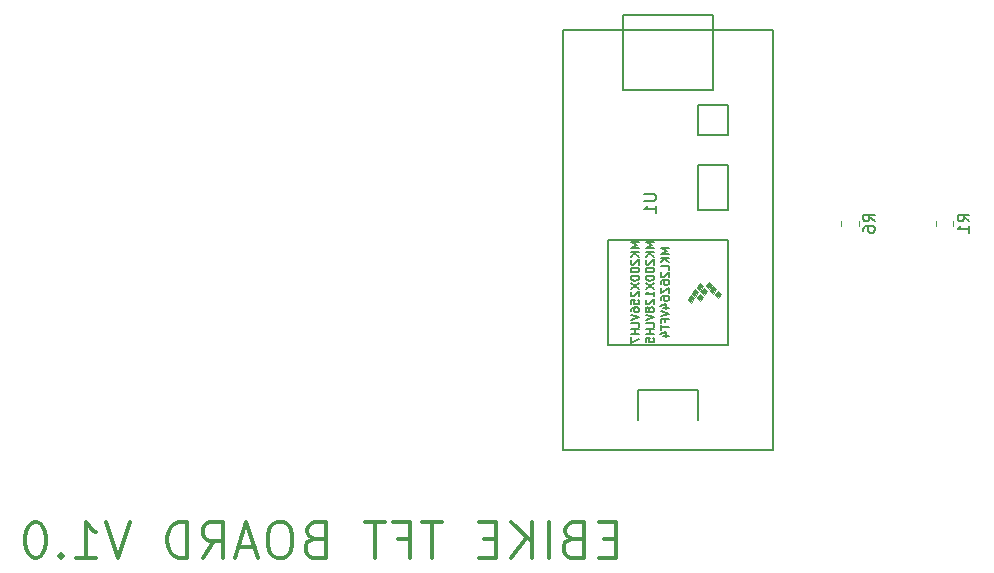
<source format=gbr>
G04 #@! TF.GenerationSoftware,KiCad,Pcbnew,(5.1.9-0-10_14)*
G04 #@! TF.CreationDate,2021-01-10T20:35:50-05:00*
G04 #@! TF.ProjectId,ebike_TFT,6562696b-655f-4544-9654-2e6b69636164,rev?*
G04 #@! TF.SameCoordinates,Original*
G04 #@! TF.FileFunction,Legend,Bot*
G04 #@! TF.FilePolarity,Positive*
%FSLAX46Y46*%
G04 Gerber Fmt 4.6, Leading zero omitted, Abs format (unit mm)*
G04 Created by KiCad (PCBNEW (5.1.9-0-10_14)) date 2021-01-10 20:35:50*
%MOMM*%
%LPD*%
G01*
G04 APERTURE LIST*
%ADD10C,0.300000*%
%ADD11C,0.150000*%
%ADD12C,0.100000*%
%ADD13C,0.120000*%
G04 APERTURE END LIST*
D10*
X80978571Y-69735714D02*
X79978571Y-69735714D01*
X79550000Y-71307142D02*
X80978571Y-71307142D01*
X80978571Y-68307142D01*
X79550000Y-68307142D01*
X77264285Y-69735714D02*
X76835714Y-69878571D01*
X76692857Y-70021428D01*
X76550000Y-70307142D01*
X76550000Y-70735714D01*
X76692857Y-71021428D01*
X76835714Y-71164285D01*
X77121428Y-71307142D01*
X78264285Y-71307142D01*
X78264285Y-68307142D01*
X77264285Y-68307142D01*
X76978571Y-68450000D01*
X76835714Y-68592857D01*
X76692857Y-68878571D01*
X76692857Y-69164285D01*
X76835714Y-69450000D01*
X76978571Y-69592857D01*
X77264285Y-69735714D01*
X78264285Y-69735714D01*
X75264285Y-71307142D02*
X75264285Y-68307142D01*
X73835714Y-71307142D02*
X73835714Y-68307142D01*
X72121428Y-71307142D02*
X73407142Y-69592857D01*
X72121428Y-68307142D02*
X73835714Y-70021428D01*
X70835714Y-69735714D02*
X69835714Y-69735714D01*
X69407142Y-71307142D02*
X70835714Y-71307142D01*
X70835714Y-68307142D01*
X69407142Y-68307142D01*
X66264285Y-68307142D02*
X64550000Y-68307142D01*
X65407142Y-71307142D02*
X65407142Y-68307142D01*
X62550000Y-69735714D02*
X63550000Y-69735714D01*
X63550000Y-71307142D02*
X63550000Y-68307142D01*
X62121428Y-68307142D01*
X61407142Y-68307142D02*
X59692857Y-68307142D01*
X60550000Y-71307142D02*
X60550000Y-68307142D01*
X55407142Y-69735714D02*
X54978571Y-69878571D01*
X54835714Y-70021428D01*
X54692857Y-70307142D01*
X54692857Y-70735714D01*
X54835714Y-71021428D01*
X54978571Y-71164285D01*
X55264285Y-71307142D01*
X56407142Y-71307142D01*
X56407142Y-68307142D01*
X55407142Y-68307142D01*
X55121428Y-68450000D01*
X54978571Y-68592857D01*
X54835714Y-68878571D01*
X54835714Y-69164285D01*
X54978571Y-69450000D01*
X55121428Y-69592857D01*
X55407142Y-69735714D01*
X56407142Y-69735714D01*
X52835714Y-68307142D02*
X52264285Y-68307142D01*
X51978571Y-68450000D01*
X51692857Y-68735714D01*
X51550000Y-69307142D01*
X51550000Y-70307142D01*
X51692857Y-70878571D01*
X51978571Y-71164285D01*
X52264285Y-71307142D01*
X52835714Y-71307142D01*
X53121428Y-71164285D01*
X53407142Y-70878571D01*
X53550000Y-70307142D01*
X53550000Y-69307142D01*
X53407142Y-68735714D01*
X53121428Y-68450000D01*
X52835714Y-68307142D01*
X50407142Y-70450000D02*
X48978571Y-70450000D01*
X50692857Y-71307142D02*
X49692857Y-68307142D01*
X48692857Y-71307142D01*
X45978571Y-71307142D02*
X46978571Y-69878571D01*
X47692857Y-71307142D02*
X47692857Y-68307142D01*
X46550000Y-68307142D01*
X46264285Y-68450000D01*
X46121428Y-68592857D01*
X45978571Y-68878571D01*
X45978571Y-69307142D01*
X46121428Y-69592857D01*
X46264285Y-69735714D01*
X46550000Y-69878571D01*
X47692857Y-69878571D01*
X44692857Y-71307142D02*
X44692857Y-68307142D01*
X43978571Y-68307142D01*
X43550000Y-68450000D01*
X43264285Y-68735714D01*
X43121428Y-69021428D01*
X42978571Y-69592857D01*
X42978571Y-70021428D01*
X43121428Y-70592857D01*
X43264285Y-70878571D01*
X43550000Y-71164285D01*
X43978571Y-71307142D01*
X44692857Y-71307142D01*
X39835714Y-68307142D02*
X38835714Y-71307142D01*
X37835714Y-68307142D01*
X35264285Y-71307142D02*
X36978571Y-71307142D01*
X36121428Y-71307142D02*
X36121428Y-68307142D01*
X36407142Y-68735714D01*
X36692857Y-69021428D01*
X36978571Y-69164285D01*
X33978571Y-71021428D02*
X33835714Y-71164285D01*
X33978571Y-71307142D01*
X34121428Y-71164285D01*
X33978571Y-71021428D01*
X33978571Y-71307142D01*
X31978571Y-68307142D02*
X31692857Y-68307142D01*
X31407142Y-68450000D01*
X31264285Y-68592857D01*
X31121428Y-68878571D01*
X30978571Y-69450000D01*
X30978571Y-70164285D01*
X31121428Y-70735714D01*
X31264285Y-71021428D01*
X31407142Y-71164285D01*
X31692857Y-71307142D01*
X31978571Y-71307142D01*
X32264285Y-71164285D01*
X32407142Y-71021428D01*
X32550000Y-70735714D01*
X32692857Y-70164285D01*
X32692857Y-69450000D01*
X32550000Y-68878571D01*
X32407142Y-68592857D01*
X32264285Y-68450000D01*
X31978571Y-68307142D01*
D11*
X89210000Y-26620000D02*
X89210000Y-25350000D01*
X89210000Y-25350000D02*
X81590000Y-25350000D01*
X81590000Y-25350000D02*
X81590000Y-26620000D01*
X90480000Y-38050000D02*
X90480000Y-41860000D01*
X90480000Y-41860000D02*
X87940000Y-41860000D01*
X87940000Y-41860000D02*
X87940000Y-38050000D01*
X87940000Y-38050000D02*
X90480000Y-38050000D01*
X89210000Y-31700000D02*
X81590000Y-31700000D01*
X81590000Y-31700000D02*
X81590000Y-26620000D01*
X89210000Y-31700000D02*
X89210000Y-26620000D01*
X90480000Y-32970000D02*
X90480000Y-35510000D01*
X90480000Y-35510000D02*
X87940000Y-35510000D01*
X87940000Y-35510000D02*
X87940000Y-32970000D01*
X87940000Y-32970000D02*
X90480000Y-32970000D01*
X87940000Y-59640000D02*
X87940000Y-57100000D01*
X87940000Y-57100000D02*
X82860000Y-57100000D01*
X82860000Y-57100000D02*
X82860000Y-59640000D01*
X90480000Y-53290000D02*
X80320000Y-53290000D01*
X80320000Y-44400000D02*
X90480000Y-44400000D01*
X80320000Y-53290000D02*
X80320000Y-44400000D01*
X90480000Y-53290000D02*
X90480000Y-44400000D01*
X76510000Y-26620000D02*
X76510000Y-62180000D01*
X76510000Y-62180000D02*
X94290000Y-62180000D01*
X94290000Y-62180000D02*
X94290000Y-26620000D01*
X94290000Y-26620000D02*
X76510000Y-26620000D01*
D12*
G36*
X88321000Y-48337000D02*
G01*
X88067000Y-48083000D01*
X87813000Y-48464000D01*
X88067000Y-48718000D01*
X88321000Y-48337000D01*
G37*
X88321000Y-48337000D02*
X88067000Y-48083000D01*
X87813000Y-48464000D01*
X88067000Y-48718000D01*
X88321000Y-48337000D01*
G36*
X88702000Y-48718000D02*
G01*
X88448000Y-48464000D01*
X88194000Y-48845000D01*
X88448000Y-49099000D01*
X88702000Y-48718000D01*
G37*
X88702000Y-48718000D02*
X88448000Y-48464000D01*
X88194000Y-48845000D01*
X88448000Y-49099000D01*
X88702000Y-48718000D01*
G36*
X87559000Y-49353000D02*
G01*
X87305000Y-49099000D01*
X87051000Y-49480000D01*
X87305000Y-49734000D01*
X87559000Y-49353000D01*
G37*
X87559000Y-49353000D02*
X87305000Y-49099000D01*
X87051000Y-49480000D01*
X87305000Y-49734000D01*
X87559000Y-49353000D01*
G36*
X89464000Y-48591000D02*
G01*
X89210000Y-48337000D01*
X88956000Y-48718000D01*
X89210000Y-48972000D01*
X89464000Y-48591000D01*
G37*
X89464000Y-48591000D02*
X89210000Y-48337000D01*
X88956000Y-48718000D01*
X89210000Y-48972000D01*
X89464000Y-48591000D01*
G36*
X87940000Y-48845000D02*
G01*
X87686000Y-48591000D01*
X87432000Y-48972000D01*
X87686000Y-49226000D01*
X87940000Y-48845000D01*
G37*
X87940000Y-48845000D02*
X87686000Y-48591000D01*
X87432000Y-48972000D01*
X87686000Y-49226000D01*
X87940000Y-48845000D01*
G36*
X89845000Y-48972000D02*
G01*
X89591000Y-48718000D01*
X89337000Y-49099000D01*
X89591000Y-49353000D01*
X89845000Y-48972000D01*
G37*
X89845000Y-48972000D02*
X89591000Y-48718000D01*
X89337000Y-49099000D01*
X89591000Y-49353000D01*
X89845000Y-48972000D01*
G36*
X89083000Y-48210000D02*
G01*
X88829000Y-47956000D01*
X88575000Y-48337000D01*
X88829000Y-48591000D01*
X89083000Y-48210000D01*
G37*
X89083000Y-48210000D02*
X88829000Y-47956000D01*
X88575000Y-48337000D01*
X88829000Y-48591000D01*
X89083000Y-48210000D01*
G36*
X88321000Y-49226000D02*
G01*
X88067000Y-48972000D01*
X87813000Y-49353000D01*
X88067000Y-49607000D01*
X88321000Y-49226000D01*
G37*
X88321000Y-49226000D02*
X88067000Y-48972000D01*
X87813000Y-49353000D01*
X88067000Y-49607000D01*
X88321000Y-49226000D01*
D13*
X100065000Y-43227064D02*
X100065000Y-42772936D01*
X101535000Y-43227064D02*
X101535000Y-42772936D01*
X108065000Y-43227064D02*
X108065000Y-42772936D01*
X109535000Y-43227064D02*
X109535000Y-42772936D01*
D11*
X83352380Y-40538095D02*
X84161904Y-40538095D01*
X84257142Y-40585714D01*
X84304761Y-40633333D01*
X84352380Y-40728571D01*
X84352380Y-40919047D01*
X84304761Y-41014285D01*
X84257142Y-41061904D01*
X84161904Y-41109523D01*
X83352380Y-41109523D01*
X84352380Y-42109523D02*
X84352380Y-41538095D01*
X84352380Y-41823809D02*
X83352380Y-41823809D01*
X83495238Y-41728571D01*
X83590476Y-41633333D01*
X83638095Y-41538095D01*
X84192666Y-44628333D02*
X83492666Y-44628333D01*
X83992666Y-44861666D01*
X83492666Y-45095000D01*
X84192666Y-45095000D01*
X84192666Y-45428333D02*
X83492666Y-45428333D01*
X84192666Y-45828333D02*
X83792666Y-45528333D01*
X83492666Y-45828333D02*
X83892666Y-45428333D01*
X83559333Y-46095000D02*
X83526000Y-46128333D01*
X83492666Y-46195000D01*
X83492666Y-46361666D01*
X83526000Y-46428333D01*
X83559333Y-46461666D01*
X83626000Y-46495000D01*
X83692666Y-46495000D01*
X83792666Y-46461666D01*
X84192666Y-46061666D01*
X84192666Y-46495000D01*
X83492666Y-46928333D02*
X83492666Y-46995000D01*
X83526000Y-47061666D01*
X83559333Y-47095000D01*
X83626000Y-47128333D01*
X83759333Y-47161666D01*
X83926000Y-47161666D01*
X84059333Y-47128333D01*
X84126000Y-47095000D01*
X84159333Y-47061666D01*
X84192666Y-46995000D01*
X84192666Y-46928333D01*
X84159333Y-46861666D01*
X84126000Y-46828333D01*
X84059333Y-46795000D01*
X83926000Y-46761666D01*
X83759333Y-46761666D01*
X83626000Y-46795000D01*
X83559333Y-46828333D01*
X83526000Y-46861666D01*
X83492666Y-46928333D01*
X84192666Y-47461666D02*
X83492666Y-47461666D01*
X83492666Y-47628333D01*
X83526000Y-47728333D01*
X83592666Y-47795000D01*
X83659333Y-47828333D01*
X83792666Y-47861666D01*
X83892666Y-47861666D01*
X84026000Y-47828333D01*
X84092666Y-47795000D01*
X84159333Y-47728333D01*
X84192666Y-47628333D01*
X84192666Y-47461666D01*
X83492666Y-48095000D02*
X84192666Y-48561666D01*
X83492666Y-48561666D02*
X84192666Y-48095000D01*
X84192666Y-49195000D02*
X84192666Y-48795000D01*
X84192666Y-48995000D02*
X83492666Y-48995000D01*
X83592666Y-48928333D01*
X83659333Y-48861666D01*
X83692666Y-48795000D01*
X83559333Y-49461666D02*
X83526000Y-49495000D01*
X83492666Y-49561666D01*
X83492666Y-49728333D01*
X83526000Y-49795000D01*
X83559333Y-49828333D01*
X83626000Y-49861666D01*
X83692666Y-49861666D01*
X83792666Y-49828333D01*
X84192666Y-49428333D01*
X84192666Y-49861666D01*
X83792666Y-50261666D02*
X83759333Y-50195000D01*
X83726000Y-50161666D01*
X83659333Y-50128333D01*
X83626000Y-50128333D01*
X83559333Y-50161666D01*
X83526000Y-50195000D01*
X83492666Y-50261666D01*
X83492666Y-50395000D01*
X83526000Y-50461666D01*
X83559333Y-50495000D01*
X83626000Y-50528333D01*
X83659333Y-50528333D01*
X83726000Y-50495000D01*
X83759333Y-50461666D01*
X83792666Y-50395000D01*
X83792666Y-50261666D01*
X83826000Y-50195000D01*
X83859333Y-50161666D01*
X83926000Y-50128333D01*
X84059333Y-50128333D01*
X84126000Y-50161666D01*
X84159333Y-50195000D01*
X84192666Y-50261666D01*
X84192666Y-50395000D01*
X84159333Y-50461666D01*
X84126000Y-50495000D01*
X84059333Y-50528333D01*
X83926000Y-50528333D01*
X83859333Y-50495000D01*
X83826000Y-50461666D01*
X83792666Y-50395000D01*
X83492666Y-50728333D02*
X84192666Y-50961666D01*
X83492666Y-51195000D01*
X84192666Y-51761666D02*
X84192666Y-51428333D01*
X83492666Y-51428333D01*
X84192666Y-51995000D02*
X83492666Y-51995000D01*
X83826000Y-51995000D02*
X83826000Y-52395000D01*
X84192666Y-52395000D02*
X83492666Y-52395000D01*
X83492666Y-53061666D02*
X83492666Y-52728333D01*
X83826000Y-52695000D01*
X83792666Y-52728333D01*
X83759333Y-52795000D01*
X83759333Y-52961666D01*
X83792666Y-53028333D01*
X83826000Y-53061666D01*
X83892666Y-53095000D01*
X84059333Y-53095000D01*
X84126000Y-53061666D01*
X84159333Y-53028333D01*
X84192666Y-52961666D01*
X84192666Y-52795000D01*
X84159333Y-52728333D01*
X84126000Y-52695000D01*
X85462666Y-45111666D02*
X84762666Y-45111666D01*
X85262666Y-45345000D01*
X84762666Y-45578333D01*
X85462666Y-45578333D01*
X85462666Y-45911666D02*
X84762666Y-45911666D01*
X85462666Y-46311666D02*
X85062666Y-46011666D01*
X84762666Y-46311666D02*
X85162666Y-45911666D01*
X85462666Y-46945000D02*
X85462666Y-46611666D01*
X84762666Y-46611666D01*
X84829333Y-47145000D02*
X84796000Y-47178333D01*
X84762666Y-47245000D01*
X84762666Y-47411666D01*
X84796000Y-47478333D01*
X84829333Y-47511666D01*
X84896000Y-47545000D01*
X84962666Y-47545000D01*
X85062666Y-47511666D01*
X85462666Y-47111666D01*
X85462666Y-47545000D01*
X84762666Y-48145000D02*
X84762666Y-48011666D01*
X84796000Y-47945000D01*
X84829333Y-47911666D01*
X84929333Y-47845000D01*
X85062666Y-47811666D01*
X85329333Y-47811666D01*
X85396000Y-47845000D01*
X85429333Y-47878333D01*
X85462666Y-47945000D01*
X85462666Y-48078333D01*
X85429333Y-48145000D01*
X85396000Y-48178333D01*
X85329333Y-48211666D01*
X85162666Y-48211666D01*
X85096000Y-48178333D01*
X85062666Y-48145000D01*
X85029333Y-48078333D01*
X85029333Y-47945000D01*
X85062666Y-47878333D01*
X85096000Y-47845000D01*
X85162666Y-47811666D01*
X84762666Y-48445000D02*
X84762666Y-48911666D01*
X85462666Y-48445000D01*
X85462666Y-48911666D01*
X84762666Y-49478333D02*
X84762666Y-49345000D01*
X84796000Y-49278333D01*
X84829333Y-49245000D01*
X84929333Y-49178333D01*
X85062666Y-49145000D01*
X85329333Y-49145000D01*
X85396000Y-49178333D01*
X85429333Y-49211666D01*
X85462666Y-49278333D01*
X85462666Y-49411666D01*
X85429333Y-49478333D01*
X85396000Y-49511666D01*
X85329333Y-49545000D01*
X85162666Y-49545000D01*
X85096000Y-49511666D01*
X85062666Y-49478333D01*
X85029333Y-49411666D01*
X85029333Y-49278333D01*
X85062666Y-49211666D01*
X85096000Y-49178333D01*
X85162666Y-49145000D01*
X84996000Y-50145000D02*
X85462666Y-50145000D01*
X84729333Y-49978333D02*
X85229333Y-49811666D01*
X85229333Y-50245000D01*
X84762666Y-50411666D02*
X85462666Y-50645000D01*
X84762666Y-50878333D01*
X85096000Y-51345000D02*
X85096000Y-51111666D01*
X85462666Y-51111666D02*
X84762666Y-51111666D01*
X84762666Y-51445000D01*
X84762666Y-51611666D02*
X84762666Y-52011666D01*
X85462666Y-51811666D02*
X84762666Y-51811666D01*
X84996000Y-52545000D02*
X85462666Y-52545000D01*
X84729333Y-52378333D02*
X85229333Y-52211666D01*
X85229333Y-52645000D01*
X82922666Y-44628333D02*
X82222666Y-44628333D01*
X82722666Y-44861666D01*
X82222666Y-45095000D01*
X82922666Y-45095000D01*
X82922666Y-45428333D02*
X82222666Y-45428333D01*
X82922666Y-45828333D02*
X82522666Y-45528333D01*
X82222666Y-45828333D02*
X82622666Y-45428333D01*
X82289333Y-46095000D02*
X82256000Y-46128333D01*
X82222666Y-46195000D01*
X82222666Y-46361666D01*
X82256000Y-46428333D01*
X82289333Y-46461666D01*
X82356000Y-46495000D01*
X82422666Y-46495000D01*
X82522666Y-46461666D01*
X82922666Y-46061666D01*
X82922666Y-46495000D01*
X82222666Y-46928333D02*
X82222666Y-46995000D01*
X82256000Y-47061666D01*
X82289333Y-47095000D01*
X82356000Y-47128333D01*
X82489333Y-47161666D01*
X82656000Y-47161666D01*
X82789333Y-47128333D01*
X82856000Y-47095000D01*
X82889333Y-47061666D01*
X82922666Y-46995000D01*
X82922666Y-46928333D01*
X82889333Y-46861666D01*
X82856000Y-46828333D01*
X82789333Y-46795000D01*
X82656000Y-46761666D01*
X82489333Y-46761666D01*
X82356000Y-46795000D01*
X82289333Y-46828333D01*
X82256000Y-46861666D01*
X82222666Y-46928333D01*
X82922666Y-47461666D02*
X82222666Y-47461666D01*
X82222666Y-47628333D01*
X82256000Y-47728333D01*
X82322666Y-47795000D01*
X82389333Y-47828333D01*
X82522666Y-47861666D01*
X82622666Y-47861666D01*
X82756000Y-47828333D01*
X82822666Y-47795000D01*
X82889333Y-47728333D01*
X82922666Y-47628333D01*
X82922666Y-47461666D01*
X82222666Y-48095000D02*
X82922666Y-48561666D01*
X82222666Y-48561666D02*
X82922666Y-48095000D01*
X82289333Y-48795000D02*
X82256000Y-48828333D01*
X82222666Y-48895000D01*
X82222666Y-49061666D01*
X82256000Y-49128333D01*
X82289333Y-49161666D01*
X82356000Y-49195000D01*
X82422666Y-49195000D01*
X82522666Y-49161666D01*
X82922666Y-48761666D01*
X82922666Y-49195000D01*
X82222666Y-49828333D02*
X82222666Y-49495000D01*
X82556000Y-49461666D01*
X82522666Y-49495000D01*
X82489333Y-49561666D01*
X82489333Y-49728333D01*
X82522666Y-49795000D01*
X82556000Y-49828333D01*
X82622666Y-49861666D01*
X82789333Y-49861666D01*
X82856000Y-49828333D01*
X82889333Y-49795000D01*
X82922666Y-49728333D01*
X82922666Y-49561666D01*
X82889333Y-49495000D01*
X82856000Y-49461666D01*
X82222666Y-50461666D02*
X82222666Y-50328333D01*
X82256000Y-50261666D01*
X82289333Y-50228333D01*
X82389333Y-50161666D01*
X82522666Y-50128333D01*
X82789333Y-50128333D01*
X82856000Y-50161666D01*
X82889333Y-50195000D01*
X82922666Y-50261666D01*
X82922666Y-50395000D01*
X82889333Y-50461666D01*
X82856000Y-50495000D01*
X82789333Y-50528333D01*
X82622666Y-50528333D01*
X82556000Y-50495000D01*
X82522666Y-50461666D01*
X82489333Y-50395000D01*
X82489333Y-50261666D01*
X82522666Y-50195000D01*
X82556000Y-50161666D01*
X82622666Y-50128333D01*
X82222666Y-50728333D02*
X82922666Y-50961666D01*
X82222666Y-51195000D01*
X82922666Y-51761666D02*
X82922666Y-51428333D01*
X82222666Y-51428333D01*
X82922666Y-51995000D02*
X82222666Y-51995000D01*
X82556000Y-51995000D02*
X82556000Y-52395000D01*
X82922666Y-52395000D02*
X82222666Y-52395000D01*
X82222666Y-52661666D02*
X82222666Y-53128333D01*
X82922666Y-52828333D01*
X102902380Y-42833333D02*
X102426190Y-42500000D01*
X102902380Y-42261904D02*
X101902380Y-42261904D01*
X101902380Y-42642857D01*
X101950000Y-42738095D01*
X101997619Y-42785714D01*
X102092857Y-42833333D01*
X102235714Y-42833333D01*
X102330952Y-42785714D01*
X102378571Y-42738095D01*
X102426190Y-42642857D01*
X102426190Y-42261904D01*
X101902380Y-43690476D02*
X101902380Y-43500000D01*
X101950000Y-43404761D01*
X101997619Y-43357142D01*
X102140476Y-43261904D01*
X102330952Y-43214285D01*
X102711904Y-43214285D01*
X102807142Y-43261904D01*
X102854761Y-43309523D01*
X102902380Y-43404761D01*
X102902380Y-43595238D01*
X102854761Y-43690476D01*
X102807142Y-43738095D01*
X102711904Y-43785714D01*
X102473809Y-43785714D01*
X102378571Y-43738095D01*
X102330952Y-43690476D01*
X102283333Y-43595238D01*
X102283333Y-43404761D01*
X102330952Y-43309523D01*
X102378571Y-43261904D01*
X102473809Y-43214285D01*
X110902380Y-42833333D02*
X110426190Y-42500000D01*
X110902380Y-42261904D02*
X109902380Y-42261904D01*
X109902380Y-42642857D01*
X109950000Y-42738095D01*
X109997619Y-42785714D01*
X110092857Y-42833333D01*
X110235714Y-42833333D01*
X110330952Y-42785714D01*
X110378571Y-42738095D01*
X110426190Y-42642857D01*
X110426190Y-42261904D01*
X110902380Y-43785714D02*
X110902380Y-43214285D01*
X110902380Y-43500000D02*
X109902380Y-43500000D01*
X110045238Y-43404761D01*
X110140476Y-43309523D01*
X110188095Y-43214285D01*
M02*

</source>
